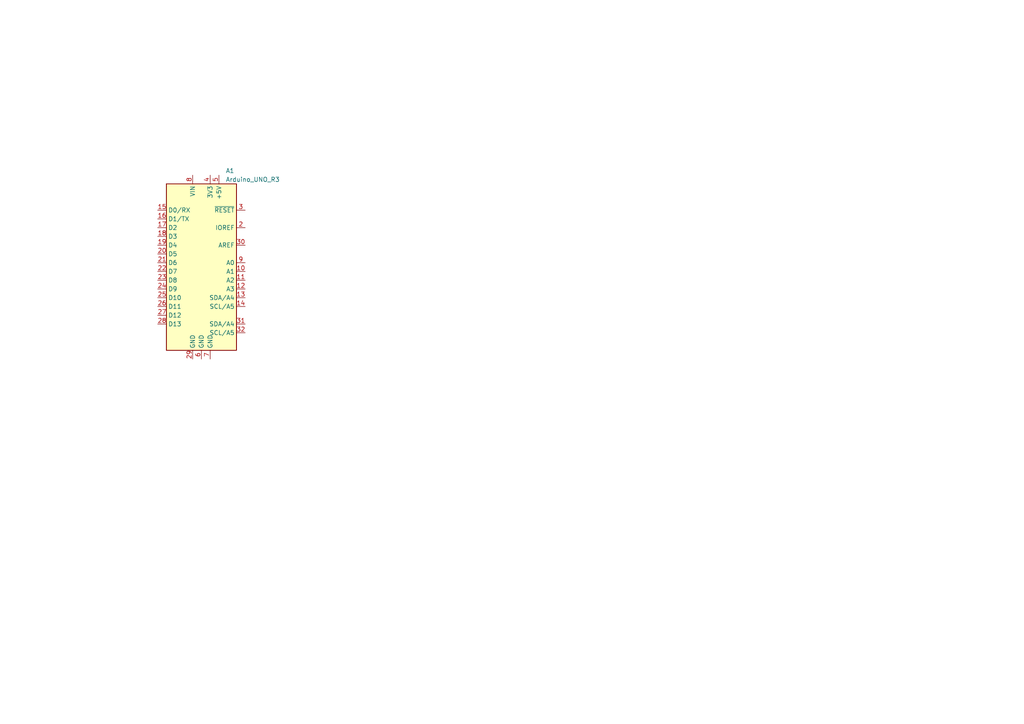
<source format=kicad_sch>
(kicad_sch (version 20230121) (generator eeschema)
  (paper "A4")
  (lib_symbols
    (symbol "MCU_Module:Arduino_UNO_R3"
      (property "Reference" "A" (at -10.16 23.495 0))
      (property "Value" "Arduino_UNO_R3" (at 5.08 -26.67 0))
      (symbol "Arduino_UNO_R3_0_1"
        (rectangle (start -10.16 22.86) (end 10.16 -25.4) (stroke (width 0.254)) (fill (type background)))
      )
      (symbol "Arduino_UNO_R3_1_1"
        (pin no_connect line (at -10.16 -20.32 0) (length 2.54) hide (name "NC") (number "1"))
        (pin bidirectional line (at 12.7 -2.54 180) (length 2.54) (name "A1") (number "10"))
        (pin bidirectional line (at 12.7 -5.08 180) (length 2.54) (name "A2") (number "11"))
        (pin bidirectional line (at 12.7 -7.62 180) (length 2.54) (name "A3") (number "12"))
        (pin bidirectional line (at 12.7 -10.16 180) (length 2.54) (name "SDA/A4") (number "13"))
        (pin bidirectional line (at 12.7 -12.7 180) (length 2.54) (name "SCL/A5") (number "14"))
        (pin bidirectional line (at -12.7 15.24 0) (length 2.54) (name "D0/RX") (number "15"))
        (pin bidirectional line (at -12.7 12.7 0) (length 2.54) (name "D1/TX") (number "16"))
        (pin bidirectional line (at -12.7 10.16 0) (length 2.54) (name "D2") (number "17"))
        (pin bidirectional line (at -12.7 7.62 0) (length 2.54) (name "D3") (number "18"))
        (pin bidirectional line (at -12.7 5.08 0) (length 2.54) (name "D4") (number "19"))
        (pin output line (at 12.7 10.16 180) (length 2.54) (name "IOREF") (number "2"))
        (pin bidirectional line (at -12.7 2.54 0) (length 2.54) (name "D5") (number "20"))
        (pin bidirectional line (at -12.7 0 0) (length 2.54) (name "D6") (number "21"))
        (pin bidirectional line (at -12.7 -2.54 0) (length 2.54) (name "D7") (number "22"))
        (pin bidirectional line (at -12.7 -5.08 0) (length 2.54) (name "D8") (number "23"))
        (pin bidirectional line (at -12.7 -7.62 0) (length 2.54) (name "D9") (number "24"))
        (pin bidirectional line (at -12.7 -10.16 0) (length 2.54) (name "D10") (number "25"))
        (pin bidirectional line (at -12.7 -12.7 0) (length 2.54) (name "D11") (number "26"))
        (pin bidirectional line (at -12.7 -15.24 0) (length 2.54) (name "D12") (number "27"))
        (pin bidirectional line (at -12.7 -17.78 0) (length 2.54) (name "D13") (number "28"))
        (pin power_in line (at -2.54 -27.94 90) (length 2.54) (name "GND") (number "29"))
        (pin input line (at 12.7 15.24 180) (length 2.54) (name "~{RESET}") (number "3"))
        (pin input line (at 12.7 5.08 180) (length 2.54) (name "AREF") (number "30"))
        (pin bidirectional line (at 12.7 -17.78 180) (length 2.54) (name "SDA/A4") (number "31"))
        (pin bidirectional line (at 12.7 -20.32 180) (length 2.54) (name "SCL/A5") (number "32"))
        (pin power_out line (at 2.54 25.4 270) (length 2.54) (name "3V3") (number "4"))
        (pin power_out line (at 5.08 25.4 270) (length 2.54) (name "+5V") (number "5"))
        (pin power_in line (at 0 -27.94 90) (length 2.54) (name "GND") (number "6"))
        (pin power_in line (at 2.54 -27.94 90) (length 2.54) (name "GND") (number "7"))
        (pin power_in line (at -2.54 25.4 270) (length 2.54) (name "VIN") (number "8"))
        (pin bidirectional line (at 12.7 0 180) (length 2.54) (name "A0") (number "9"))
      )
    )
  )
  (symbol (lib_id "MCU_Module:Arduino_UNO_R3") (at 58.42 76.2 0) (unit 1)
    (property "Reference" "A1" (at 65.4559 49.53 0) (effects (justify left)))
    (property "Value" "Arduino_UNO_R3" (at 65.4559 52.07 0) (effects (justify left)))
    (property "Footprint" "Module:Arduino_UNO_R3" (effects hide))
    (property "Datasheet" "https://www.arduino.cc/en/Main/arduinoBoardUno" (effects hide))
  )
)
</source>
